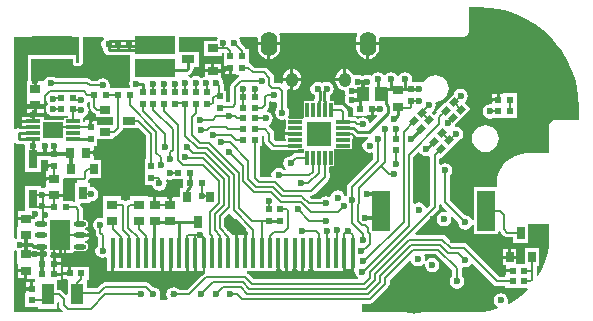
<source format=gbl>
G04 Layer_Physical_Order=4*
G04 Layer_Color=16711680*
%FSLAX44Y44*%
%MOMM*%
G71*
G01*
G75*
%ADD17R,0.6000X0.5000*%
%ADD18R,0.5000X0.6000*%
%ADD19R,0.8000X0.9000*%
%ADD25R,0.6500X1.1000*%
%ADD26R,0.6500X0.9000*%
%ADD29R,0.9000X0.8000*%
%ADD30C,0.2000*%
%ADD31C,0.2500*%
%ADD32C,0.3500*%
%ADD33C,0.6000*%
%ADD34O,1.0500X1.2500*%
%ADD35C,4.0000*%
%ADD41R,1.5000X3.4000*%
%ADD42R,1.1000X0.6500*%
%ADD43R,0.9000X0.6500*%
%ADD44R,0.8000X1.6000*%
%ADD45R,1.3000X0.3100*%
%ADD46R,1.7000X1.4500*%
%ADD47R,1.0000X1.8000*%
%ADD48R,1.2000X0.3100*%
%ADD49R,0.3100X1.2000*%
%ADD50R,2.1000X2.1000*%
%ADD51O,1.1000X0.4500*%
%ADD52R,1.7300X2.5000*%
G04:AMPARAMS|DCode=53|XSize=0.5mm|YSize=0.6mm|CornerRadius=0mm|HoleSize=0mm|Usage=FLASHONLY|Rotation=135.000|XOffset=0mm|YOffset=0mm|HoleType=Round|Shape=Rectangle|*
%AMROTATEDRECTD53*
4,1,4,0.3889,0.0354,-0.0354,-0.3889,-0.3889,-0.0354,0.0354,0.3889,0.3889,0.0354,0.0*
%
%ADD53ROTATEDRECTD53*%

%ADD54R,1.0000X1.3000*%
%ADD55R,0.4500X2.5000*%
%ADD56R,3.5000X1.5000*%
%ADD57C,0.1500*%
%ADD58O,1.4000X2.1000*%
G36*
X168000Y114125D02*
X166750D01*
Y98078D01*
X165000D01*
Y99500D01*
X156040D01*
Y102732D01*
X149000D01*
Y105272D01*
X156040D01*
Y109692D01*
X156500Y111002D01*
X156500D01*
X156500Y111002D01*
Y117686D01*
X157250Y118875D01*
X168000D01*
Y114125D01*
D02*
G37*
G36*
X297544Y88445D02*
X298038Y88194D01*
X313422Y72811D01*
Y70500D01*
X312250D01*
Y70040D01*
X311770D01*
Y55000D01*
X309230D01*
Y70040D01*
X304770D01*
Y55000D01*
X302230D01*
Y70040D01*
X301750D01*
Y70500D01*
X299974D01*
X299384Y71384D01*
X299384Y71384D01*
X293078Y77689D01*
Y85031D01*
X296586Y88539D01*
X297544Y88445D01*
D02*
G37*
G36*
X116436Y148436D02*
X117842Y147497D01*
X119500Y147167D01*
X123751D01*
X124000Y146000D01*
X124000D01*
Y124000D01*
X138000D01*
Y133657D01*
X143500D01*
Y133000D01*
X143960D01*
Y130270D01*
X149000D01*
Y127730D01*
X143960D01*
Y124542D01*
X141960D01*
Y119272D01*
X149000D01*
Y116732D01*
X141960D01*
Y112111D01*
X141500Y111002D01*
X140579Y110159D01*
X140230Y109873D01*
X139000Y110118D01*
X138982Y110114D01*
X138000Y110920D01*
Y112000D01*
X124000D01*
Y90538D01*
X117960D01*
Y85268D01*
X125000D01*
Y82728D01*
X117960D01*
Y78078D01*
X117500Y76998D01*
X117500D01*
X117500Y76998D01*
Y67546D01*
X116270Y66724D01*
X115000Y67403D01*
Y148129D01*
X116270Y148602D01*
X116436Y148436D01*
D02*
G37*
G36*
X404185Y153447D02*
X405843Y153117D01*
X414514D01*
X414639Y151847D01*
X413659Y151652D01*
X411674Y150326D01*
X410348Y148341D01*
X409883Y146000D01*
X410348Y143659D01*
X411674Y141674D01*
X413659Y140348D01*
X416000Y139882D01*
X417652Y140211D01*
X418922Y139325D01*
Y134689D01*
X398115Y113883D01*
X397231Y112560D01*
X396921Y110999D01*
X396921Y110999D01*
Y104491D01*
X396674Y104326D01*
X396115Y103490D01*
X394767Y103758D01*
X394651Y104341D01*
X393325Y106326D01*
X391340Y107652D01*
X388999Y108117D01*
X386658Y107652D01*
X384674Y106326D01*
X383347Y104341D01*
X383084Y103015D01*
X381673Y102430D01*
X381341Y102652D01*
X379000Y103118D01*
X376659Y102652D01*
X374674Y101326D01*
X374509Y101078D01*
X366689D01*
X365220Y102548D01*
X365706Y103721D01*
X366739D01*
X366739Y103721D01*
X368300Y104032D01*
X369623Y104916D01*
X380884Y116176D01*
X380884Y116177D01*
X381768Y117500D01*
X382078Y119060D01*
Y128350D01*
X385950D01*
Y142960D01*
X386040D01*
Y143050D01*
X400650D01*
Y151910D01*
X401790D01*
Y153754D01*
X403060Y154198D01*
X404185Y153447D01*
D02*
G37*
G36*
X287394Y236907D02*
X286348Y235341D01*
X286231Y234750D01*
X275875D01*
Y222250D01*
X290875D01*
Y224422D01*
X292500D01*
Y216000D01*
X292960D01*
Y213270D01*
X298001D01*
Y212000D01*
X299271D01*
Y206460D01*
X302500D01*
Y206000D01*
X305218D01*
X305632Y204825D01*
X305614Y204730D01*
X304348Y203884D01*
X304348Y203884D01*
X299116Y198652D01*
X298232Y197329D01*
X297922Y195768D01*
X297922Y195768D01*
Y183078D01*
X294500D01*
Y194000D01*
X292878D01*
Y196201D01*
X292878Y196201D01*
X292567Y197761D01*
X292031Y198564D01*
X292118Y199000D01*
X291652Y201341D01*
X290836Y202562D01*
X290415Y203710D01*
X290415Y203710D01*
X290415Y203710D01*
Y208230D01*
X283375D01*
X276335D01*
Y204475D01*
X275459Y204301D01*
X273534Y203014D01*
X273326Y203326D01*
X271341Y204652D01*
X269000Y205117D01*
X266659Y204652D01*
X265489Y203870D01*
X264500Y203407D01*
X263511Y203870D01*
X262356Y204642D01*
X262343Y204716D01*
X262374Y205940D01*
X262658Y205997D01*
X264064Y206936D01*
X265689Y208561D01*
X266628Y209967D01*
X266958Y211625D01*
Y212750D01*
X271125D01*
Y225250D01*
X254500D01*
Y238177D01*
X286836D01*
X287394Y236907D01*
D02*
G37*
G36*
X226922Y154431D02*
Y143000D01*
X226922Y143000D01*
X226922Y143000D01*
Y135000D01*
X225500D01*
Y123000D01*
Y113000D01*
X232081D01*
X232348Y111659D01*
X233674Y109674D01*
X235658Y108348D01*
X237999Y107882D01*
X240341Y108348D01*
X242325Y109674D01*
X243651Y111659D01*
X244117Y114000D01*
X243651Y116341D01*
X243467Y116617D01*
X244382Y117533D01*
X244659Y117348D01*
X247000Y116882D01*
X249341Y117348D01*
X249568Y117500D01*
X258000D01*
Y110912D01*
X257497Y110158D01*
X257440Y109875D01*
X255250D01*
Y102683D01*
X254040Y102538D01*
Y102538D01*
X248269D01*
Y95998D01*
X245729D01*
Y102538D01*
X235269D01*
Y95998D01*
X232729D01*
Y102538D01*
X228500D01*
Y102998D01*
X213500D01*
Y101153D01*
X212998Y100077D01*
X211438Y99766D01*
X210114Y98882D01*
X208913Y98855D01*
X208882Y98885D01*
X207559Y99769D01*
X205998Y100080D01*
X205500Y101158D01*
Y103002D01*
X190500D01*
Y90272D01*
X190500Y89002D01*
X190500D01*
Y89002D01*
X190500D01*
Y85915D01*
X189230Y84873D01*
X188000Y85117D01*
X185658Y84652D01*
X183674Y83326D01*
X182348Y81341D01*
X181882Y79000D01*
X182348Y76659D01*
X183674Y74674D01*
X183921Y74509D01*
Y72000D01*
X183921Y72000D01*
X184232Y70440D01*
X185116Y69117D01*
X185921Y68311D01*
Y61491D01*
X185674Y61326D01*
X184348Y59341D01*
X183882Y57000D01*
X184348Y54659D01*
X185674Y52674D01*
X187659Y51348D01*
X190000Y50882D01*
X192341Y51348D01*
X192590Y51515D01*
X193710Y50916D01*
Y39960D01*
X197230D01*
Y55000D01*
X199770D01*
Y39960D01*
X200250D01*
Y39500D01*
X238750D01*
Y39960D01*
X239230D01*
Y55000D01*
X241770D01*
Y39960D01*
X246230D01*
Y55000D01*
X248770D01*
Y39960D01*
X249250D01*
Y39500D01*
X259750D01*
Y39960D01*
X260230D01*
Y55000D01*
X262770D01*
Y39960D01*
X267230D01*
Y55000D01*
X269770D01*
Y39960D01*
X276043D01*
X276193Y39693D01*
X276039Y38368D01*
X274716Y37484D01*
X274716Y37484D01*
X261311Y24078D01*
X254491D01*
X254326Y24326D01*
X252341Y25652D01*
X250000Y26118D01*
X247659Y25652D01*
X245674Y24326D01*
X244348Y22341D01*
X243883Y20000D01*
X244348Y17659D01*
X244876Y16868D01*
X244198Y15598D01*
X238803D01*
X238124Y16868D01*
X238652Y17659D01*
X239118Y20000D01*
X238652Y22341D01*
X237326Y24326D01*
X235341Y25652D01*
X233000Y26118D01*
X232708Y26060D01*
X229684Y29084D01*
X228361Y29968D01*
X226800Y30278D01*
X226800Y30278D01*
X192200D01*
X190639Y29968D01*
X189316Y29084D01*
X189316Y29084D01*
X185311Y25078D01*
X176500D01*
Y32000D01*
X177563Y32500D01*
X178000D01*
Y43500D01*
X166000D01*
Y43040D01*
X163270D01*
Y38000D01*
X162000D01*
Y36730D01*
X156460D01*
Y32960D01*
X159752D01*
X160500Y32000D01*
Y20064D01*
X159230Y19538D01*
X155884Y22884D01*
X154561Y23768D01*
X153000Y24078D01*
X153000Y24078D01*
X151500D01*
Y31960D01*
X154540D01*
Y35730D01*
X149000D01*
Y38270D01*
X154540D01*
Y40960D01*
Y44730D01*
X149001D01*
Y46000D01*
X147731D01*
Y51040D01*
X146650D01*
X145781Y52310D01*
X146117Y54000D01*
X146905Y54960D01*
X152730D01*
Y70000D01*
X155270D01*
Y54960D01*
X165190D01*
Y56076D01*
X166460Y56936D01*
X167250Y56778D01*
X173750D01*
X175174Y57062D01*
X176381Y57868D01*
X177188Y59076D01*
X177472Y60500D01*
X177188Y61924D01*
X176381Y63131D01*
X175174Y63938D01*
X174756Y64021D01*
Y65316D01*
X175619Y65488D01*
X177203Y66547D01*
X178262Y68131D01*
X178381Y68731D01*
X170500D01*
Y71270D01*
X178381D01*
X178262Y71869D01*
X177203Y73453D01*
X175619Y74512D01*
X174756Y74684D01*
Y75979D01*
X175174Y76062D01*
X176381Y76869D01*
X177188Y78076D01*
X177472Y79500D01*
X177188Y80924D01*
X176381Y82132D01*
X175174Y82938D01*
X173750Y83222D01*
X173578D01*
Y91500D01*
X173268Y93061D01*
X172384Y94384D01*
X172384Y94384D01*
X170913Y95855D01*
X171439Y97125D01*
X179250D01*
Y98267D01*
X180000Y98883D01*
X182341Y99348D01*
X184326Y100674D01*
X185652Y102659D01*
X186117Y105000D01*
X185652Y107341D01*
X184326Y109326D01*
X182341Y110652D01*
X180000Y111117D01*
X179250Y111733D01*
Y114125D01*
X177633D01*
X177504Y114295D01*
X177163Y115395D01*
X177884Y116116D01*
X177884Y116116D01*
X178768Y117439D01*
X179053Y118875D01*
X188750D01*
Y133875D01*
X182538D01*
Y138730D01*
X175998D01*
Y141270D01*
X182538D01*
Y146000D01*
X185500D01*
Y151250D01*
X199125D01*
Y152261D01*
X199500Y153422D01*
X201061Y153732D01*
X202384Y154616D01*
X205884Y158116D01*
X206768Y159439D01*
X207029Y160750D01*
X220603D01*
X226922Y154431D01*
D02*
G37*
G36*
X477116Y95116D02*
X481272Y90961D01*
X480646Y89790D01*
X479000Y90118D01*
X476659Y89652D01*
X474674Y88326D01*
X473348Y86341D01*
X472882Y84000D01*
X473348Y81659D01*
X474674Y79674D01*
X476659Y78348D01*
X479000Y77882D01*
X481341Y78348D01*
X483326Y79674D01*
X484652Y81659D01*
X485117Y84000D01*
X484790Y85646D01*
X485961Y86272D01*
X490941Y81292D01*
X490882Y81000D01*
X491348Y78659D01*
X492674Y76674D01*
X494659Y75348D01*
X497000Y74882D01*
X499341Y75348D01*
X501326Y76674D01*
X502652Y78659D01*
X502730Y79052D01*
X504000Y78927D01*
Y71000D01*
X525000D01*
Y72986D01*
X526175Y73400D01*
X526270Y73383D01*
X527116Y72116D01*
X529741Y69491D01*
X529741Y69491D01*
X531064Y68607D01*
X532625Y68297D01*
X537750D01*
Y63875D01*
X550250D01*
Y79398D01*
X568177D01*
Y69000D01*
X568214Y68814D01*
X567820Y61809D01*
X566614Y54709D01*
X564620Y47788D01*
X561864Y41134D01*
X558848Y35678D01*
X557578Y36006D01*
Y44125D01*
X559750D01*
Y59125D01*
X547250D01*
Y45500D01*
X541000D01*
X540290Y46476D01*
Y50355D01*
X528710D01*
Y44585D01*
X531460D01*
Y41270D01*
X537000D01*
Y38730D01*
X531460D01*
Y36500D01*
X531000D01*
Y35078D01*
X525689D01*
X498484Y62284D01*
X497161Y63168D01*
X495600Y63478D01*
X495600Y63478D01*
X486169D01*
X480363Y69284D01*
X479040Y70168D01*
X477479Y70478D01*
X477479Y70478D01*
X455086D01*
X454600Y71652D01*
X473884Y90935D01*
X473884Y90935D01*
X474768Y92258D01*
X475078Y93819D01*
X475078Y93819D01*
Y96054D01*
X475645Y96243D01*
X476348Y96265D01*
X477116Y95116D01*
D02*
G37*
G36*
X458698Y140135D02*
X459674Y138674D01*
X461659Y137348D01*
X464000Y136882D01*
X465652Y137211D01*
X466922Y136325D01*
Y95508D01*
X464875Y93462D01*
X463660Y93830D01*
X463598Y94141D01*
X462272Y96126D01*
X460287Y97452D01*
X457946Y97918D01*
X455605Y97452D01*
X454348Y96612D01*
X453078Y97291D01*
Y136311D01*
X457197Y140430D01*
X458698Y140135D01*
D02*
G37*
G36*
X402770Y39960D02*
X403059D01*
X403683Y39200D01*
X404148Y36859D01*
X405474Y34874D01*
X406261Y34348D01*
X405876Y33078D01*
X317689D01*
X313284Y37484D01*
X312032Y38320D01*
X312154Y38891D01*
X312378Y39500D01*
X336750D01*
Y39960D01*
X337230D01*
Y55000D01*
X339770D01*
Y39960D01*
X344230D01*
Y55000D01*
X346770D01*
Y39960D01*
X351230D01*
Y55000D01*
X353770D01*
Y39960D01*
X358230D01*
Y55000D01*
X360770D01*
Y39960D01*
X365230D01*
Y55000D01*
X367770D01*
Y39960D01*
X368250D01*
Y39500D01*
X392750D01*
Y39960D01*
X393230D01*
Y55000D01*
X395770D01*
Y39960D01*
X400230D01*
Y55000D01*
X402770D01*
Y39960D01*
D02*
G37*
G36*
X326922Y153968D02*
Y150000D01*
X326922Y150000D01*
X327232Y148439D01*
X328116Y147116D01*
X332116Y143116D01*
X332116Y143116D01*
X333439Y142232D01*
X335000Y141922D01*
X352750D01*
X352750Y141922D01*
X354311Y142232D01*
X355535Y143050D01*
X359960D01*
Y142960D01*
X360050D01*
Y139828D01*
X353750D01*
X352189Y139518D01*
X350866Y138634D01*
X350866Y138634D01*
X349292Y137059D01*
X349000Y137118D01*
X346659Y136652D01*
X344674Y135326D01*
X343348Y133341D01*
X342882Y131000D01*
X343348Y128659D01*
X344674Y126674D01*
X345162Y126348D01*
X344777Y125078D01*
X343491D01*
X343326Y125326D01*
X341341Y126652D01*
X339000Y127118D01*
X336659Y126652D01*
X334674Y125326D01*
X333348Y123341D01*
X332882Y121000D01*
X332990Y120460D01*
X332184Y119478D01*
X324289D01*
X323078Y120689D01*
Y145500D01*
X325000D01*
Y153944D01*
X326239Y154511D01*
X326922Y153968D01*
D02*
G37*
G36*
X332659Y183348D02*
X335000Y182882D01*
X336652Y183211D01*
X337922Y182325D01*
Y178491D01*
X337674Y178326D01*
X336348Y176341D01*
X335882Y174000D01*
X336348Y171659D01*
X337674Y169674D01*
X339659Y168348D01*
X342000Y167882D01*
X344080Y168296D01*
X344970Y167816D01*
X345350Y167495D01*
Y160090D01*
X344210D01*
Y157270D01*
X352750D01*
Y154730D01*
X344210D01*
Y151910D01*
X345350D01*
Y150078D01*
X336689D01*
X335078Y151689D01*
Y156000D01*
X335078Y156000D01*
X334768Y157561D01*
X333884Y158884D01*
X333884Y158884D01*
X330635Y162133D01*
X330592Y162309D01*
X330865Y163698D01*
X332326Y164674D01*
X333652Y166659D01*
X334118Y169000D01*
X333652Y171341D01*
X332326Y173326D01*
X330341Y174652D01*
X329402Y174839D01*
X328984Y176217D01*
X329884Y177116D01*
X329884Y177116D01*
X330768Y178439D01*
X331078Y180000D01*
Y183057D01*
X332198Y183656D01*
X332659Y183348D01*
D02*
G37*
G36*
X517255Y262819D02*
X525431Y261606D01*
X533449Y259598D01*
X541231Y256813D01*
X548703Y253279D01*
X555793Y249030D01*
X562431Y244106D01*
X568556Y238556D01*
X574106Y232431D01*
X579030Y225793D01*
X583279Y218703D01*
X586813Y211231D01*
X589598Y203449D01*
X591606Y195431D01*
X592819Y187255D01*
X593215Y179193D01*
X593177Y179000D01*
Y167437D01*
X572000D01*
X570537Y167146D01*
X569296Y166317D01*
X568468Y165077D01*
X568177Y163614D01*
Y139351D01*
X549283D01*
X549283Y139351D01*
Y139402D01*
X544235Y138905D01*
X539381Y137432D01*
X534908Y135042D01*
X530987Y131824D01*
X527769Y127903D01*
X525378Y123429D01*
X523906Y118575D01*
X523409Y113528D01*
X523460D01*
X523460Y113527D01*
Y111000D01*
X504000D01*
Y83073D01*
X502730Y82948D01*
X502652Y83341D01*
X501326Y85326D01*
X499341Y86652D01*
X497000Y87118D01*
X496708Y87059D01*
X484078Y99689D01*
Y120509D01*
X484326Y120674D01*
X485652Y122659D01*
X486118Y125000D01*
X485652Y127341D01*
X484326Y129326D01*
X482341Y130652D01*
X480000Y131117D01*
X477659Y130652D01*
X476348Y129776D01*
X475078Y130455D01*
Y134569D01*
X476111Y135333D01*
X476111D01*
X484596Y143818D01*
X484596D01*
X485494Y144716D01*
X491073Y150295D01*
X491341Y150348D01*
X493326Y151674D01*
X494652Y153659D01*
X495118Y156000D01*
X494652Y158341D01*
X493326Y160326D01*
X491341Y161652D01*
X489000Y162118D01*
X488655Y162049D01*
X488568Y162128D01*
X487990Y163211D01*
X494596Y169818D01*
X501667Y176889D01*
X496569Y181988D01*
X496693Y183251D01*
X497326Y183674D01*
X498652Y185659D01*
X499118Y188000D01*
X498652Y190341D01*
X497326Y192326D01*
X495341Y193652D01*
X493000Y194118D01*
X490659Y193652D01*
X488674Y192326D01*
X487348Y190341D01*
X487295Y190073D01*
X479404Y182182D01*
X472333Y175111D01*
X473338Y174106D01*
X472116Y172884D01*
X471857Y172496D01*
X470222Y172335D01*
X469177Y173379D01*
X469338Y175014D01*
X470325Y175674D01*
X471651Y177659D01*
X472117Y180000D01*
X471758Y181805D01*
X472414Y183025D01*
X472606Y183197D01*
X474395Y183433D01*
X477132Y184566D01*
X479482Y186370D01*
X481285Y188720D01*
X482419Y191457D01*
X482805Y194393D01*
X482419Y197330D01*
X481285Y200067D01*
X479482Y202417D01*
X477132Y204220D01*
X474395Y205354D01*
X471458Y205741D01*
X468521Y205354D01*
X465784Y204220D01*
X463434Y202417D01*
X461631Y200067D01*
X461600Y199991D01*
X460385Y199623D01*
X460341Y199652D01*
X458000Y200117D01*
X456677Y199855D01*
X456500Y200000D01*
Y200000D01*
X452721D01*
X451915Y200982D01*
X452118Y202000D01*
X451652Y204341D01*
X450326Y206326D01*
X448341Y207652D01*
X446000Y208118D01*
X443659Y207652D01*
X441674Y206326D01*
X440733Y204918D01*
X439267D01*
X438326Y206326D01*
X436341Y207652D01*
X434000Y208118D01*
X431659Y207652D01*
X429674Y206326D01*
X429135Y205519D01*
X427865D01*
X427326Y206326D01*
X425341Y207652D01*
X423000Y208118D01*
X420659Y207652D01*
X418675Y206326D01*
X417643Y204782D01*
X416341Y205652D01*
X414000Y206117D01*
X411659Y205652D01*
X410448Y204843D01*
X409551D01*
X408340Y205651D01*
X405999Y206117D01*
X403658Y205651D01*
X403469Y205525D01*
X401897Y206002D01*
X401554Y206829D01*
X400306Y208456D01*
X398679Y209704D01*
X396784Y210490D01*
X396021Y210590D01*
Y201900D01*
X394751D01*
Y200630D01*
X386928D01*
X387160Y198866D01*
X387946Y196971D01*
X389194Y195344D01*
X390821Y194095D01*
X392716Y193311D01*
X393819Y193165D01*
X394883Y192000D01*
X395348Y189659D01*
X396123Y188500D01*
X395348Y187341D01*
X394883Y185000D01*
X395348Y182659D01*
X396674Y180674D01*
X398659Y179348D01*
X401000Y178883D01*
X401018Y178886D01*
X402000Y178080D01*
Y171500D01*
X414000D01*
Y171960D01*
X416730D01*
Y177000D01*
X419270D01*
Y171960D01*
X422036D01*
X422562Y170690D01*
X417029Y165157D01*
X415813Y165525D01*
X415651Y166341D01*
X414325Y168325D01*
X412340Y169652D01*
X409999Y170117D01*
X407658Y169652D01*
X406486Y168868D01*
X406470Y168884D01*
X405147Y169768D01*
X403586Y170078D01*
X403586Y170078D01*
X397328D01*
Y174750D01*
X397328Y174750D01*
X397018Y176311D01*
X396134Y177634D01*
X394634Y179134D01*
X393311Y180018D01*
X391750Y180328D01*
X391750Y180328D01*
X385950D01*
Y183650D01*
X382303D01*
X382083Y184757D01*
Y188510D01*
X383826Y189674D01*
X385152Y191659D01*
X385617Y194000D01*
X385152Y196341D01*
X383826Y198326D01*
X381841Y199652D01*
X379500Y200117D01*
X377159Y199652D01*
X375750Y198710D01*
X374341Y199652D01*
X372000Y200117D01*
X369659Y199652D01*
X367674Y198326D01*
X366348Y196341D01*
X365882Y194000D01*
X366348Y191659D01*
X367674Y189674D01*
X369417Y188510D01*
Y185787D01*
X368997Y185158D01*
X368697Y183650D01*
X360050D01*
Y169040D01*
X359960D01*
Y168950D01*
X347354D01*
X346690Y170220D01*
X347652Y171659D01*
X348117Y174000D01*
X347652Y176341D01*
X346326Y178326D01*
X346078Y178491D01*
Y192200D01*
X346078Y192200D01*
X345944Y192877D01*
X347002Y193778D01*
X347057Y193791D01*
X348216Y193311D01*
X348981Y193210D01*
Y200630D01*
X342428D01*
X342633Y199074D01*
X342126Y198621D01*
X341505Y198337D01*
X340561Y198968D01*
X339000Y199278D01*
X339000Y199278D01*
X335278D01*
Y203568D01*
X334968Y205129D01*
X334084Y206452D01*
X334084Y206452D01*
X329652Y210884D01*
X328329Y211768D01*
X326768Y212078D01*
X326768Y212078D01*
X318689D01*
X315884Y214884D01*
X314561Y215768D01*
X313500Y215979D01*
Y228000D01*
X311474D01*
X310884Y228883D01*
X310884Y228883D01*
X307059Y232708D01*
X307117Y232999D01*
X306651Y235341D01*
X305605Y236907D01*
X306163Y238177D01*
X320458D01*
X321295Y237222D01*
X321128Y235950D01*
Y233720D01*
X340372D01*
Y235950D01*
X340045Y238440D01*
X339332Y240161D01*
X340072Y241431D01*
X404928D01*
X405668Y240161D01*
X404956Y238440D01*
X404628Y235950D01*
Y233720D01*
X414250D01*
X423872D01*
Y235950D01*
X423732Y237018D01*
X424860Y238177D01*
X496000D01*
X497463Y238468D01*
X498704Y239296D01*
X499532Y240537D01*
X499823Y242000D01*
Y263177D01*
X509000D01*
X509193Y263215D01*
X517255Y262819D01*
D02*
G37*
G36*
X117500Y56454D02*
X117500Y47002D01*
X117960Y45922D01*
Y41272D01*
X125000D01*
Y40002D01*
X126270D01*
Y33462D01*
X131730D01*
X132040Y33462D01*
X133000Y32713D01*
Y31500D01*
X132252Y30540D01*
X131271D01*
Y25000D01*
X130001D01*
Y23730D01*
X124960D01*
Y21000D01*
X124500D01*
Y9000D01*
X135500D01*
X135500Y8000D01*
X151500D01*
Y12710D01*
X152770Y13389D01*
X152922Y13287D01*
Y11000D01*
X152922Y11000D01*
X153232Y9439D01*
X154116Y8116D01*
X156139Y6093D01*
X155613Y4823D01*
X115000D01*
Y56597D01*
X116270Y57276D01*
X117500Y56454D01*
D02*
G37*
G36*
X191162Y236907D02*
X190997Y236658D01*
X190970Y236523D01*
X190674Y236326D01*
X189348Y234341D01*
X188883Y232000D01*
X189348Y229659D01*
X190667Y227685D01*
Y227000D01*
X190997Y225342D01*
X191936Y223936D01*
X193342Y222997D01*
X195000Y222667D01*
X213500D01*
Y220500D01*
Y201853D01*
X212775Y200768D01*
X212309Y198427D01*
X212775Y196086D01*
X213086Y195620D01*
X212488Y194500D01*
X196915D01*
X195873Y195770D01*
X196117Y197000D01*
X195652Y199341D01*
X194326Y201326D01*
X192341Y202652D01*
X190000Y203118D01*
X187659Y202652D01*
X185674Y201326D01*
X185509Y201078D01*
X180689D01*
X179884Y201883D01*
X178561Y202768D01*
X177000Y203078D01*
X177000Y203078D01*
X150491D01*
X150325Y203325D01*
X148341Y204652D01*
X146000Y205117D01*
X143659Y204652D01*
X141674Y203325D01*
X140348Y201341D01*
X140348Y201340D01*
X140264Y201031D01*
X140040Y200538D01*
X134271D01*
Y193999D01*
X131731D01*
Y200538D01*
X130552D01*
X129559Y201500D01*
Y219441D01*
X164441D01*
Y216078D01*
X164674Y214908D01*
X165337Y213916D01*
X166329Y213252D01*
X167500Y213020D01*
X170000D01*
X171171Y213252D01*
X172163Y213916D01*
X172826Y214908D01*
X173059Y216078D01*
Y238177D01*
X190484D01*
X191162Y236907D01*
D02*
G37*
G36*
X178922Y182533D02*
Y179000D01*
X178922Y179000D01*
X179232Y177439D01*
X180116Y176116D01*
X182616Y173616D01*
X183939Y172732D01*
X184125Y172695D01*
Y170250D01*
X198922D01*
Y163750D01*
X185040D01*
Y167540D01*
X181269D01*
Y162000D01*
X178729D01*
Y167540D01*
X174960D01*
Y166600D01*
X173977Y165742D01*
X173580Y165808D01*
X172900Y166488D01*
X172900Y169450D01*
X173839Y170249D01*
X174341Y170348D01*
X176325Y171675D01*
X177652Y173659D01*
X178117Y176000D01*
X177652Y178342D01*
X176826Y179577D01*
X176326Y180674D01*
X177652Y182659D01*
X178922Y182533D01*
D02*
G37*
G36*
X485922Y40311D02*
Y35491D01*
X485674Y35326D01*
X484348Y33341D01*
X483882Y31000D01*
X484348Y28659D01*
X485674Y26674D01*
X487659Y25348D01*
X490000Y24882D01*
X492341Y25348D01*
X494326Y26674D01*
X495652Y28659D01*
X496118Y31000D01*
X495652Y33341D01*
X494326Y35326D01*
X494078Y35491D01*
Y42000D01*
X494023Y42278D01*
X494147Y42488D01*
X495123Y43256D01*
X497000Y42882D01*
X499341Y43348D01*
X501326Y44674D01*
X502064Y45780D01*
X503328Y45904D01*
X521116Y28116D01*
X522439Y27232D01*
X524000Y26922D01*
X524000Y26922D01*
X531000D01*
Y25500D01*
X549568D01*
X550087Y24341D01*
X549413Y23587D01*
X544043Y18788D01*
X538169Y14620D01*
X533753Y12179D01*
X533701Y12202D01*
X532733Y13067D01*
X533117Y15000D01*
X532652Y17341D01*
X531326Y19326D01*
X529341Y20652D01*
X527000Y21117D01*
X524659Y20652D01*
X522674Y19326D01*
X521348Y17341D01*
X520882Y15000D01*
X521348Y12659D01*
X522674Y10674D01*
X524456Y9484D01*
X524494Y8674D01*
X524362Y8135D01*
X518291Y6386D01*
X511191Y5180D01*
X505260Y4847D01*
X504000Y4823D01*
X504000Y4823D01*
X502746Y4823D01*
X409823D01*
Y11775D01*
X410272Y12322D01*
X416219D01*
X416219Y12322D01*
X417780Y12632D01*
X419103Y13516D01*
X431884Y26297D01*
X431884Y26297D01*
X432768Y27620D01*
X433078Y29181D01*
X433078Y29181D01*
Y32311D01*
X449783Y49016D01*
X451161Y48598D01*
X451348Y47659D01*
X452674Y45674D01*
X454659Y44348D01*
X457000Y43882D01*
X459341Y44348D01*
X461326Y45674D01*
X461889Y46518D01*
X463086Y46022D01*
X462882Y45000D01*
X463348Y42659D01*
X464674Y40674D01*
X466659Y39348D01*
X469000Y38883D01*
X471341Y39348D01*
X473326Y40674D01*
X474652Y42659D01*
X475117Y45000D01*
X474652Y47341D01*
X473326Y49326D01*
X471341Y50652D01*
X469000Y51118D01*
X466659Y50652D01*
X464674Y49326D01*
X464110Y48482D01*
X462914Y48978D01*
X463117Y50000D01*
X462652Y52341D01*
X462344Y52802D01*
X462943Y53922D01*
X472311D01*
X485922Y40311D01*
D02*
G37*
G36*
X170000Y216078D02*
X167500D01*
Y222500D01*
X126500D01*
Y201500D01*
X125500Y200998D01*
Y187848D01*
X125500Y186998D01*
X125960Y185689D01*
Y181269D01*
X133001D01*
X140040D01*
Y185058D01*
X140956Y185990D01*
X141748Y185800D01*
X141954Y184234D01*
X142559Y182774D01*
X143521Y181521D01*
X142850Y180145D01*
X142759Y180026D01*
X142155Y178566D01*
X141948Y177000D01*
X142155Y175434D01*
X142759Y173974D01*
X143721Y172721D01*
X144974Y171759D01*
X146434Y171154D01*
X148000Y170948D01*
X149566Y171154D01*
X150401Y171500D01*
X160922D01*
Y169450D01*
X157100D01*
Y167650D01*
X140040D01*
Y170590D01*
X132270D01*
Y166500D01*
X131000D01*
Y165230D01*
X121960D01*
Y160833D01*
X119500D01*
X117842Y160503D01*
X116500Y159607D01*
X116234Y159661D01*
X115000Y160249D01*
Y238177D01*
X170000D01*
Y216078D01*
D02*
G37*
%LPC*%
G36*
X282105Y215290D02*
X276335D01*
Y210770D01*
X282105D01*
Y215290D01*
D02*
G37*
G36*
X290415D02*
X284645D01*
Y210770D01*
X290415D01*
Y215290D01*
D02*
G37*
G36*
X296731Y210730D02*
X292960D01*
Y206460D01*
X296731D01*
Y210730D01*
D02*
G37*
G36*
X160730Y43040D02*
X156460D01*
Y39270D01*
X160730D01*
Y43040D01*
D02*
G37*
G36*
X154540Y51040D02*
X150271D01*
Y47270D01*
X154540D01*
Y51040D01*
D02*
G37*
G36*
X540290Y58665D02*
X535770D01*
Y52895D01*
X540290D01*
Y58665D01*
D02*
G37*
G36*
X533230D02*
X528710D01*
Y52895D01*
X533230D01*
Y58665D01*
D02*
G37*
G36*
X351521Y210590D02*
Y203170D01*
X358072D01*
X357840Y204934D01*
X357055Y206829D01*
X355806Y208456D01*
X354179Y209704D01*
X352284Y210490D01*
X351521Y210590D01*
D02*
G37*
G36*
X340372Y231180D02*
X332020D01*
Y219495D01*
X333241Y219655D01*
X335561Y220617D01*
X337554Y222146D01*
X339083Y224139D01*
X340045Y226460D01*
X340372Y228950D01*
Y231180D01*
D02*
G37*
G36*
X423872Y231180D02*
X415521D01*
Y219495D01*
X416740Y219655D01*
X419061Y220617D01*
X421054Y222146D01*
X422583Y224139D01*
X423545Y226460D01*
X423872Y228950D01*
Y231180D01*
D02*
G37*
G36*
X412980D02*
X404628D01*
Y228950D01*
X404956Y226460D01*
X405917Y224139D01*
X407446Y222146D01*
X409439Y220617D01*
X411760Y219655D01*
X412980Y219495D01*
Y231180D01*
D02*
G37*
G36*
X329480Y231180D02*
X321128D01*
Y228950D01*
X321456Y226460D01*
X322417Y224139D01*
X323946Y222146D01*
X325939Y220617D01*
X328260Y219655D01*
X329480Y219495D01*
Y231180D01*
D02*
G37*
G36*
X348981Y210590D02*
X348216Y210490D01*
X346321Y209704D01*
X344694Y208456D01*
X343446Y206829D01*
X342660Y204934D01*
X342428Y203170D01*
X348981D01*
Y210590D01*
D02*
G37*
G36*
X513884Y163314D02*
X510948Y162927D01*
X508211Y161794D01*
X505861Y159991D01*
X504058Y157640D01*
X502924Y154904D01*
X502537Y151967D01*
X502924Y149030D01*
X504058Y146293D01*
X505861Y143943D01*
X508211Y142140D01*
X510948Y141007D01*
X513884Y140620D01*
X516821Y141007D01*
X519558Y142140D01*
X521908Y143943D01*
X523711Y146293D01*
X524845Y149030D01*
X525232Y151967D01*
X524845Y154904D01*
X523711Y157640D01*
X521908Y159991D01*
X519558Y161794D01*
X516821Y162927D01*
X513884Y163314D01*
D02*
G37*
G36*
X358072Y200630D02*
X351521D01*
Y193210D01*
X352284Y193311D01*
X354179Y194095D01*
X355806Y195344D01*
X357055Y196971D01*
X357840Y198866D01*
X358072Y200630D01*
D02*
G37*
G36*
X393481Y210590D02*
X392716Y210490D01*
X390821Y209704D01*
X389194Y208456D01*
X387946Y206829D01*
X387160Y204934D01*
X386928Y203170D01*
X393481D01*
Y210590D01*
D02*
G37*
G36*
X541000Y190500D02*
X529000D01*
Y190040D01*
X526270D01*
Y185000D01*
X525000D01*
Y183730D01*
X519460D01*
Y181828D01*
X518478Y181022D01*
X518000Y181117D01*
X515659Y180652D01*
X513674Y179326D01*
X512348Y177341D01*
X511883Y175000D01*
X512348Y172659D01*
X513674Y170674D01*
X515659Y169348D01*
X518000Y168883D01*
X520341Y169348D01*
X520568Y169500D01*
X541000D01*
Y180500D01*
X541000D01*
Y190500D01*
D02*
G37*
G36*
X523730Y190040D02*
X519460D01*
Y186270D01*
X523730D01*
Y190040D01*
D02*
G37*
G36*
X123730Y38732D02*
X117960D01*
Y33462D01*
X123730D01*
Y38732D01*
D02*
G37*
G36*
X128731Y30540D02*
X124960D01*
Y26270D01*
X128731D01*
Y30540D01*
D02*
G37*
G36*
X131731Y178729D02*
X125960D01*
Y173458D01*
X131731D01*
Y178729D01*
D02*
G37*
G36*
X140040D02*
X134271D01*
Y173458D01*
X140040D01*
Y178729D01*
D02*
G37*
G36*
X129730Y170590D02*
X121960D01*
Y167770D01*
X129730D01*
Y170590D01*
D02*
G37*
%LPD*%
D17*
X203000Y189000D02*
D03*
X213000D02*
D03*
X155000Y186000D02*
D03*
X165000D02*
D03*
X319000Y151000D02*
D03*
X309000D02*
D03*
X319000Y160000D02*
D03*
X309000D02*
D03*
X264000Y123000D02*
D03*
X254000D02*
D03*
X274000Y114000D02*
D03*
X264000D02*
D03*
X525000Y175000D02*
D03*
X535000D02*
D03*
X159000Y94000D02*
D03*
X149000D02*
D03*
X547000Y40000D02*
D03*
X537000D02*
D03*
X547000Y31000D02*
D03*
X537000D02*
D03*
X309000Y187000D02*
D03*
X319000D02*
D03*
X535000Y185000D02*
D03*
X525000D02*
D03*
X149000Y37000D02*
D03*
X139000D02*
D03*
X162000Y38000D02*
D03*
X172000D02*
D03*
X418000Y177000D02*
D03*
X408000D02*
D03*
X139000Y46000D02*
D03*
X149000D02*
D03*
X309000Y178000D02*
D03*
X319000D02*
D03*
X309000Y169000D02*
D03*
X319000D02*
D03*
X155000Y177000D02*
D03*
X165000D02*
D03*
X183000Y189000D02*
D03*
X193000D02*
D03*
D18*
X231000Y119000D02*
D03*
Y129000D02*
D03*
X308000Y212000D02*
D03*
Y222000D02*
D03*
X180000Y162000D02*
D03*
Y152000D02*
D03*
X149000Y129000D02*
D03*
Y139000D02*
D03*
X298000Y222000D02*
D03*
Y212000D02*
D03*
X340000Y82000D02*
D03*
Y92000D02*
D03*
X251000Y181000D02*
D03*
Y191000D02*
D03*
X331000Y82000D02*
D03*
Y92000D02*
D03*
X278000Y181000D02*
D03*
Y191000D02*
D03*
X130000Y25000D02*
D03*
Y15000D02*
D03*
X451000Y184000D02*
D03*
Y194000D02*
D03*
X438000Y142000D02*
D03*
Y152000D02*
D03*
X289000Y188000D02*
D03*
Y178000D02*
D03*
X242000Y191000D02*
D03*
Y181000D02*
D03*
X233000Y191000D02*
D03*
Y181000D02*
D03*
X224000Y191000D02*
D03*
Y181000D02*
D03*
X269000Y191000D02*
D03*
Y181000D02*
D03*
X260000Y191000D02*
D03*
Y181000D02*
D03*
D19*
X175998Y140000D02*
D03*
X161998D02*
D03*
D25*
X544000Y72375D02*
D03*
X173000Y105625D02*
D03*
X271000Y81625D02*
D03*
D26*
X534500Y51625D02*
D03*
X553500D02*
D03*
X182500Y126375D02*
D03*
X163500D02*
D03*
X280500Y102375D02*
D03*
X261500D02*
D03*
D29*
X125000Y40002D02*
D03*
Y54002D02*
D03*
X133000Y193998D02*
D03*
Y179998D02*
D03*
X125000Y83998D02*
D03*
Y69998D02*
D03*
X149000Y104002D02*
D03*
Y118002D02*
D03*
X247000Y95998D02*
D03*
Y81998D02*
D03*
X234000Y95998D02*
D03*
Y81998D02*
D03*
X221000Y95998D02*
D03*
Y81998D02*
D03*
X198000Y82002D02*
D03*
Y96002D02*
D03*
X440000Y192998D02*
D03*
Y178998D02*
D03*
D30*
X308000Y222000D02*
Y225999D01*
X300999Y232999D02*
X308000Y225999D01*
X292000Y228500D02*
Y233000D01*
X388615Y56115D02*
Y74384D01*
X387500Y55000D02*
X388615Y56115D01*
X401500Y55000D02*
Y70500D01*
X397999Y74001D02*
X401500Y70500D01*
X394500Y71500D02*
X396232Y73232D01*
X394500Y55000D02*
Y71500D01*
X414800Y72674D02*
X416528Y70947D01*
X401200Y80665D02*
X410328Y71537D01*
X416528Y63103D02*
Y70947D01*
X412896Y59471D02*
X416528Y63103D01*
X412470Y59471D02*
X412896D01*
X410328Y65671D02*
Y71537D01*
X380000Y55500D02*
Y74000D01*
X364530Y82470D02*
X379469D01*
X366200Y89800D02*
X388800D01*
X357800Y98200D02*
X366200Y89800D01*
X405800Y82432D02*
Y96032D01*
X412200Y78800D02*
X414800Y76200D01*
X409432Y78800D02*
X412200D01*
X405800Y82432D02*
X409432Y78800D01*
X414800Y72674D02*
Y76200D01*
X401200Y80665D02*
Y99799D01*
X400999Y100000D02*
X401200Y99799D01*
X408999Y56002D02*
Y57000D01*
Y56002D02*
X409000Y56001D01*
X336000Y164000D02*
X344000Y156000D01*
X352750D01*
X534500Y62719D02*
X534552Y62772D01*
X534500Y51625D02*
Y62719D01*
X525552Y44771D02*
X530324Y40000D01*
X537000D01*
X195000Y36000D02*
X197000Y34000D01*
X185000Y36000D02*
X195000D01*
X198500Y34000D02*
Y55000D01*
X261500Y34000D02*
X268000D01*
X248000D02*
X261500D01*
X247000D02*
X248000D01*
X197000D02*
X241000D01*
X269075Y70000D02*
X271999D01*
X262000D02*
X269075D01*
X261500Y55000D02*
Y69500D01*
X262000Y70000D01*
X273000D02*
X275500Y67500D01*
X271999Y70000D02*
X273000D01*
X275500Y55000D02*
Y67500D01*
X268500Y69425D02*
X269075Y70000D01*
X268500Y55000D02*
Y69425D01*
X268000Y34000D02*
X271000D01*
X268000D02*
X268500Y34500D01*
Y55000D01*
X271000Y34000D02*
X275500Y38500D01*
Y55000D01*
X277600Y34600D02*
X310400D01*
X263000Y20000D02*
X277600Y34600D01*
X250000Y20000D02*
X263000D01*
X247500Y34500D02*
X248000Y34000D01*
X261500D02*
Y55000D01*
X241000Y34000D02*
X241200Y33800D01*
X240500Y34500D02*
X241000Y34000D01*
X247000D01*
X247500Y34500D01*
Y55000D01*
X248000Y20000D02*
X250000D01*
X168500Y21000D02*
X187000D01*
X241200Y18899D02*
Y33800D01*
X240500Y34500D02*
Y55000D01*
X192200Y26200D02*
X226800D01*
X179000Y42000D02*
X185000Y36000D01*
X179000Y42000D02*
Y46000D01*
X174000Y51000D02*
X179000Y46000D01*
X165000Y51000D02*
X174000D01*
X212000Y235000D02*
X230000D01*
X203000D02*
X212000D01*
X149000Y104002D02*
X160002D01*
X139500Y94000D02*
Y103502D01*
X138500Y94000D02*
X139500D01*
X138000Y104002D02*
X149000D01*
X188000Y72000D02*
Y79000D01*
X190000Y57000D02*
Y70000D01*
X188000Y72000D02*
X190000Y70000D01*
Y57000D02*
X190000D01*
X191000Y58000D01*
X405800Y96032D02*
X407200Y97432D01*
Y110200D01*
X425500Y128500D01*
X400999Y110999D02*
X423000Y133000D01*
X400999Y100000D02*
Y110999D01*
X358400Y103600D02*
X360000Y102000D01*
X365000Y97000D02*
X379000D01*
X360000Y102000D02*
X365000Y97000D01*
X355000Y92000D02*
X364530Y82470D01*
X139500Y94000D02*
X141000D01*
X139500D02*
Y94000D01*
X149000D01*
X130000Y15000D02*
X143500D01*
X251000Y182000D02*
X260000D01*
X319000Y178000D02*
X325000D01*
X327000Y180000D01*
Y187000D01*
X329000Y189000D01*
X335000D01*
X339000Y195200D02*
X342000Y192200D01*
X333000Y195200D02*
X339000D01*
X331200Y197000D02*
X333000Y195200D01*
X331200Y197000D02*
Y203568D01*
X342000Y174000D02*
Y192200D01*
X308000Y212000D02*
X313000D01*
X317000Y208000D01*
X326768D01*
X331200Y203568D01*
X313400Y117740D02*
Y133367D01*
X297767Y149000D02*
X313400Y133367D01*
X309200Y116000D02*
Y128799D01*
X296999Y141000D02*
X309200Y128799D01*
X319000Y119000D02*
Y151000D01*
Y119000D02*
X322600Y115400D01*
X335832D01*
X343432Y107800D01*
X155000Y206000D02*
X211000D01*
Y212000D01*
X147000D02*
X211000D01*
X175000Y124000D02*
X177375Y126375D01*
X175000Y124000D02*
X176000Y125000D01*
X175000Y119000D02*
Y124000D01*
X174000Y118000D02*
X175000Y119000D01*
X165000Y118000D02*
X174000D01*
X163000Y116000D02*
X165000Y118000D01*
X163000Y107000D02*
Y116000D01*
X160002Y104002D02*
X163000Y107000D01*
X177375Y126375D02*
X182500D01*
X142000Y129000D02*
X142000Y129000D01*
X149000D01*
X140000Y118000D02*
X148998D01*
X149000Y118002D01*
Y129000D01*
X179000Y72000D02*
Y91000D01*
X177000Y70000D02*
X179000Y72000D01*
X158000Y70000D02*
X177000D01*
X167000Y94000D02*
X169500Y91500D01*
X159000Y94000D02*
X167000D01*
X134002Y104002D02*
X138000D01*
X138500Y103502D01*
X131000Y101000D02*
X134002Y104002D01*
X149000Y104002D02*
X149000Y104002D01*
X149000Y94000D02*
Y104002D01*
X138500Y60500D02*
X139000Y60000D01*
X121000Y16000D02*
Y24000D01*
Y9000D02*
Y16000D01*
X121000Y9000D02*
X121000Y9000D01*
Y24000D02*
X129000D01*
X130000Y25000D01*
X121000Y31000D02*
X125000Y35000D01*
Y42002D01*
X149000Y46000D02*
Y61000D01*
Y37000D02*
Y46000D01*
Y61000D02*
X150000Y62000D01*
X168500Y21000D02*
Y29500D01*
Y20000D02*
Y21000D01*
Y29500D02*
X172000Y33000D01*
Y38000D01*
X143500Y15000D02*
Y20000D01*
X153000D01*
X157000Y16000D01*
Y11000D02*
Y16000D01*
Y11000D02*
X160200Y7800D01*
X179740D01*
X243000Y145000D02*
Y156000D01*
X458000Y184000D02*
X458000Y184000D01*
X451000Y184000D02*
X458000D01*
X440000Y176000D02*
X442000Y178000D01*
X450000D01*
X451000Y179000D01*
Y184000D01*
X349000Y131000D02*
X353750Y135750D01*
X363000D01*
X254000Y123000D02*
X255000D01*
X247000D02*
X254000D01*
X247000Y123000D02*
X247000Y123000D01*
X305000Y93000D02*
X316000Y82000D01*
X331000D01*
X317500Y55000D02*
Y74500D01*
X300800Y91200D02*
X317500Y74500D01*
X300800Y91200D02*
Y121400D01*
X296600Y94320D02*
Y119660D01*
X289000Y86720D02*
X296600Y94320D01*
X279875Y103000D02*
X280500Y102375D01*
X274000Y103000D02*
X279875D01*
X274000Y103000D02*
X274000Y103000D01*
X274000Y103000D02*
Y114000D01*
X359000Y74000D02*
X371000D01*
X373500Y71500D01*
Y55000D02*
Y71500D01*
X380000Y55500D02*
X380500Y55000D01*
X324500D02*
Y81950D01*
X296500Y55000D02*
Y68500D01*
X289000Y76000D02*
X296500Y68500D01*
X289000Y76000D02*
Y86720D01*
X289500Y55000D02*
Y69500D01*
X284800Y74200D02*
X289500Y69500D01*
X284800Y74200D02*
Y88460D01*
X282500Y55000D02*
Y69500D01*
X280600Y71400D02*
X282500Y69500D01*
X280600Y71400D02*
Y90200D01*
X221000Y75000D02*
X226500Y69500D01*
Y55000D02*
Y69500D01*
X211440Y76560D02*
Y94440D01*
X219500Y55000D02*
Y68500D01*
X211440Y76560D02*
X219500Y68500D01*
X212500Y55000D02*
Y69560D01*
X207240Y74821D02*
X212500Y69560D01*
X198998Y75002D02*
X198998D01*
X205500Y68500D01*
Y55000D02*
Y68500D01*
X221000Y75000D02*
Y81998D01*
X198998Y75002D02*
Y80002D01*
X207240Y74821D02*
Y94760D01*
X205998Y96002D02*
X207240Y94760D01*
X198000Y96002D02*
X205998D01*
X211440Y94440D02*
X212998Y95998D01*
X221000D01*
X331500Y69500D02*
X334750Y72750D01*
X343750D02*
X347000Y76000D01*
X334750Y72750D02*
X343750D01*
X340000Y92000D02*
X346000D01*
X347000Y91000D01*
Y76000D02*
Y91000D01*
X331500Y55000D02*
Y69500D01*
X292200Y26200D02*
X306740D01*
X286000Y20000D02*
X292200Y26200D01*
X283400Y30400D02*
X308479D01*
X273000Y20000D02*
X283400Y30400D01*
X226800Y26200D02*
X233000Y20000D01*
X191940D02*
X222000D01*
X352250Y146500D02*
X352750Y146000D01*
X309000Y178000D02*
Y187000D01*
X483536Y150536D02*
X489000Y156000D01*
X483535Y150536D02*
X483536D01*
X487536Y182536D02*
X493535Y176536D01*
X487536Y182536D02*
X493000Y188000D01*
X487536Y182536D02*
X487536D01*
X460536Y173535D02*
Y174536D01*
Y173535D02*
X466535Y167535D01*
X477536Y156536D02*
X483535Y150536D01*
X530000Y75000D02*
Y87000D01*
X526000Y91000D02*
X530000Y87000D01*
X514500Y91000D02*
X526000D01*
X530000Y75000D02*
X532625Y72375D01*
X544000D01*
X553500Y40000D02*
Y51625D01*
Y32500D02*
Y40000D01*
X547000D02*
X553500D01*
X547000Y31000D02*
X552000D01*
X553500Y32500D01*
X328000Y169000D02*
X328000Y169000D01*
X319000Y169000D02*
X328000D01*
X260000Y192000D02*
X260000Y192000D01*
Y199000D01*
X432000Y122000D02*
X437000D01*
X425500Y128500D02*
X432000Y122000D01*
X524000Y31000D02*
X537000D01*
X373000Y123060D02*
Y135750D01*
X363939Y114000D02*
X373000Y123060D01*
X368000Y124000D02*
Y135750D01*
X365000Y121000D02*
X368000Y124000D01*
X260000Y136000D02*
X260600Y135400D01*
X285200Y137000D02*
X300800Y121400D01*
X284800Y88460D02*
X292400Y96060D01*
Y117921D01*
X280600Y90200D02*
X288200Y97800D01*
Y115940D01*
X258032Y129200D02*
X274940D01*
X288200Y115940D01*
X260600Y135400D02*
X274921D01*
X292400Y117921D01*
X266752Y139600D02*
X276660D01*
X296600Y119660D01*
X278400Y143800D02*
X285200Y137000D01*
X283000Y155000D02*
X283200Y155200D01*
X357999Y114000D02*
X363939D01*
X339000Y121000D02*
X365000D01*
X495600Y59400D02*
X524000Y31000D01*
X490800Y55200D02*
X497000Y49000D01*
X490000Y31000D02*
Y42000D01*
X471000Y138000D02*
X476465Y143464D01*
X378000Y119060D02*
Y135750D01*
X343432Y107800D02*
X366739D01*
X378000Y119060D01*
X283375Y228500D02*
X292000D01*
X155000Y185000D02*
Y186000D01*
X165000Y166500D02*
X165000Y166500D01*
Y176000D01*
X383000Y176250D02*
X391750D01*
X393250Y174750D01*
X460536Y174536D02*
X465999Y180000D01*
X482000Y165000D02*
X486464Y169464D01*
X481999Y165000D02*
X482000D01*
X475000Y164000D02*
Y170000D01*
X480464Y175464D01*
X444799Y157799D02*
X453465Y166464D01*
X449000Y138000D02*
X475000Y164000D01*
X444799Y147201D02*
Y157799D01*
X482740Y55200D02*
X490800D01*
X484479Y59400D02*
X495600D01*
X444799Y147201D02*
X444799Y147201D01*
X410000Y48000D02*
X411525D01*
X444799Y81274D01*
Y147201D01*
X409800Y39200D02*
X409968D01*
X416000Y38819D02*
X471000Y93819D01*
Y138000D01*
X429000Y34000D02*
X453000Y58000D01*
X474000D01*
X490000Y42000D01*
X451260Y62200D02*
X475740D01*
X449521Y66400D02*
X477479D01*
X424400Y35340D02*
X451260Y62200D01*
X475740D02*
X482740Y55200D01*
X420200Y37079D02*
X449521Y66400D01*
X477479D02*
X484479Y59400D01*
X480000Y98000D02*
Y125000D01*
Y98000D02*
X497000Y81000D01*
X409968Y39200D02*
X449000Y78232D01*
Y138000D01*
X426000Y82501D02*
Y85000D01*
X425000Y105000D02*
X425500Y104500D01*
Y91000D02*
Y104500D01*
X394500Y42500D02*
X398000Y39000D01*
X394500Y42500D02*
Y55000D01*
X398000Y39000D02*
X401500Y42500D01*
Y55000D01*
X366000Y54500D02*
X366500Y55000D01*
X366000Y39000D02*
Y54500D01*
X352500Y55000D02*
X353000Y54500D01*
Y39000D02*
Y54500D01*
X359500Y39000D02*
Y55000D01*
X353000Y39000D02*
X359500D01*
X366000D01*
X339000D02*
Y54500D01*
X345500Y39500D02*
Y55000D01*
Y39500D02*
X346000Y39000D01*
X339000D02*
X346000D01*
X353000D01*
X310500Y55000D02*
Y75500D01*
X303000Y83000D02*
X310500Y75500D01*
X296000Y83000D02*
X303000D01*
X303500Y55000D02*
Y70268D01*
X297800Y75968D02*
X303500Y70268D01*
X297800Y75968D02*
Y81200D01*
X296000Y83000D02*
X297800Y81200D01*
X298000Y20000D02*
X304000D01*
X307600Y16400D01*
X306740Y26200D02*
X312340Y20600D01*
X310400Y34600D02*
X316000Y29000D01*
X308479Y30400D02*
X314079Y24800D01*
X331000Y92000D02*
Y98999D01*
X330999Y99000D02*
X331000Y98999D01*
X341153Y98200D02*
X357800D01*
X341693Y103600D02*
X358400D01*
X425500Y128500D02*
X429200Y132200D01*
Y159968D01*
X438000Y151000D02*
Y160000D01*
X438000Y160000D02*
X438000Y160000D01*
Y141000D02*
X438599Y140401D01*
Y130200D02*
Y140401D01*
X269000Y192000D02*
Y199000D01*
X269000Y199000D01*
X265800Y170568D02*
X269000Y173768D01*
X292000Y228500D02*
X295500D01*
X298000Y226000D01*
Y222000D02*
Y226000D01*
X316000Y29000D02*
X411000D01*
X416000Y34000D01*
Y38819D01*
X412740Y24800D02*
X420200Y32260D01*
X414479Y20600D02*
X424400Y30521D01*
X314079Y24800D02*
X412740D01*
X420200Y32260D02*
Y37079D01*
X312340Y20600D02*
X414479D01*
X424400Y30521D02*
Y35340D01*
X307600Y16400D02*
X416219D01*
X429000Y29181D01*
Y34000D01*
X388800Y89800D02*
X394000Y95000D01*
X423000Y133000D02*
Y152000D01*
X393250Y166000D02*
Y174750D01*
X133000Y191998D02*
Y200000D01*
X133000Y200000D01*
X148000Y177000D02*
X155000D01*
X148000Y177000D02*
X148000Y177000D01*
X175998Y140000D02*
X184000D01*
X184000Y140000D01*
X270724Y143800D02*
X278400D01*
X261054Y144702D02*
X261651D01*
X266752Y139600D01*
X253800Y133432D02*
X258032Y129200D01*
X246999Y135000D02*
Y140231D01*
X249200Y142432D01*
X319000Y160000D02*
X327000D01*
X331000Y156000D01*
Y150000D02*
Y156000D01*
Y150000D02*
X335000Y146000D01*
X352750D01*
X288140Y140000D02*
X288140Y140000D01*
X288140Y140000D02*
X305000Y123140D01*
Y93000D02*
Y123140D01*
X309200Y116000D02*
X318200Y107000D01*
X332353D01*
X341153Y98200D01*
X290000Y149000D02*
X297767D01*
X313400Y117740D02*
X319940Y111200D01*
X334092D01*
X341693Y103600D01*
X296000Y160000D02*
X309000D01*
X309000Y160000D01*
X283200Y155200D02*
X298800D01*
X303000Y151000D01*
X309000D01*
X193000Y189000D02*
X203000D01*
Y161000D02*
Y189000D01*
X199500Y157500D02*
X203000Y161000D01*
X191625Y157500D02*
X199500D01*
X183000Y179000D02*
Y189000D01*
Y179000D02*
X185500Y176500D01*
X191625D01*
X251000Y192000D02*
Y198000D01*
X251000Y198000D02*
X251000Y198000D01*
X242000Y181000D02*
Y182000D01*
X224000Y181000D02*
Y182000D01*
X269000Y173768D02*
Y181000D01*
Y182000D01*
X233000Y181000D02*
Y182000D01*
X242000Y191000D02*
Y198000D01*
X242000Y198000D01*
X233000Y191000D02*
Y198000D01*
X233000Y198000D01*
X280140Y148000D02*
X288140Y140000D01*
X272464Y148000D02*
X280140D01*
X265800Y154664D02*
Y170568D01*
Y154664D02*
X272464Y148000D01*
X272999Y159000D02*
X278232D01*
X182000Y168000D02*
X189000D01*
X180000Y166000D02*
X182000Y168000D01*
X180000Y162000D02*
Y166000D01*
X260000Y154524D02*
Y181000D01*
Y154524D02*
X270724Y143800D01*
X242000Y175000D02*
Y181000D01*
Y175000D02*
X253800Y163200D01*
Y133432D02*
Y163200D01*
X233000Y176000D02*
Y181000D01*
Y176000D02*
X249200Y159800D01*
Y142432D02*
Y159800D01*
X224000Y175000D02*
Y181000D01*
Y175000D02*
X243000Y156000D01*
X212375Y167000D02*
X220121D01*
X213000Y180060D02*
Y189000D01*
Y180060D02*
X235200Y157860D01*
X231000Y119000D02*
X237000D01*
X237999Y118000D01*
Y114000D02*
Y118000D01*
X220121Y167000D02*
X231000Y156121D01*
Y143000D02*
X231000Y143000D01*
Y129000D02*
Y143000D01*
X231000Y143000D02*
Y156121D01*
X187000Y21000D02*
X192200Y26200D01*
X234000Y95998D02*
Y105000D01*
X247000Y95998D02*
Y102999D01*
X246999Y103000D02*
X247000Y102999D01*
X234000Y95998D02*
X247000D01*
X148000Y186000D02*
X155000D01*
X147800Y185800D02*
X148000Y186000D01*
X139998Y177998D02*
X141000Y179000D01*
X235200Y139800D02*
Y157860D01*
Y139800D02*
X239000Y136000D01*
Y130000D02*
Y136000D01*
X179740Y7800D02*
X191940Y20000D01*
X141000Y179000D02*
Y187768D01*
X177000Y199000D02*
X179000Y197000D01*
X190000D01*
X146000Y199000D02*
X177000D01*
X133000Y200000D02*
Y212000D01*
X147000D01*
X124000Y180000D02*
X126002Y177998D01*
X124000Y180000D02*
Y228000D01*
X127000Y231000D01*
X147000D01*
X230000Y235000D02*
X234000Y231000D01*
X535000Y175000D02*
Y185000D01*
X535000Y185000D02*
X535000Y185000D01*
X518000Y185000D02*
X525000D01*
X518000Y185000D02*
X518000Y185000D01*
Y175000D02*
X525000D01*
X518000Y175000D02*
X518000Y175000D01*
X283000Y168000D02*
X286000Y171000D01*
X297000D01*
X302000D01*
X304000Y169000D01*
X272000Y168000D02*
X283000D01*
X304000Y169000D02*
X309000D01*
X278232Y159000D02*
X281232Y162000D01*
X294000D01*
X296000Y160000D01*
X278000Y191000D02*
Y198449D01*
X277800Y198649D02*
X278000Y198449D01*
X283000Y185975D02*
X285025Y188000D01*
X289000D01*
X278000Y181000D02*
X282000D01*
X283000Y182000D01*
Y185975D01*
X288799Y188200D02*
X289000Y188000D01*
X288799Y188200D02*
Y196201D01*
X286000Y199000D02*
X288799Y196201D01*
X300000Y179000D02*
X302000Y181000D01*
X309000Y187000D02*
X309000Y187000D01*
X302000Y181000D02*
Y195768D01*
X309000Y187000D02*
Y194000D01*
X319000Y187000D02*
Y194000D01*
X319000Y194000D02*
X319000Y194000D01*
X302000Y195768D02*
X307232Y201000D01*
X325000D01*
X149000Y37000D02*
X155000D01*
X156000Y38000D01*
X162000D01*
X162000Y38000D01*
Y43000D01*
X165000Y46000D01*
Y51000D01*
X158000Y53000D02*
Y62000D01*
Y53000D02*
X160000Y51000D01*
X165000D01*
X173000Y105625D02*
X173625Y105000D01*
X180000D01*
X131000Y166500D02*
Y172000D01*
Y175998D01*
X165000Y161500D02*
X179500D01*
X180000Y162000D01*
X153500Y161500D02*
X165000D01*
X152000Y163000D02*
X153500Y161500D01*
X165000Y177000D02*
X166000Y176000D01*
X166001Y176000D02*
X172000D01*
X141000Y187768D02*
X145232Y192000D01*
X177000Y189000D02*
X183000D01*
X174000Y192000D02*
X177000Y189000D01*
X145232Y192000D02*
X174000D01*
X172000Y185000D02*
X172000Y185000D01*
X393250Y156000D02*
X401000D01*
X406000Y151000D01*
X393250Y166000D02*
X403586D01*
X405587Y164000D01*
X409999D01*
X409000Y56001D02*
X412470Y59471D01*
X165000Y185000D02*
X172000D01*
X288000Y179000D02*
X300000D01*
X169500Y79500D02*
Y91500D01*
X130500Y94000D02*
X139500D01*
Y79500D02*
Y94000D01*
X166000Y176000D02*
X166001Y176000D01*
X126002Y177998D02*
X139998D01*
D31*
X195000Y235000D02*
X203000D01*
X212000Y227000D02*
Y235000D01*
X203000Y227000D02*
Y235000D01*
X195000Y230000D02*
Y235000D01*
Y227000D02*
Y230000D01*
X264000Y111000D02*
Y123000D01*
X234373Y81625D02*
X254625D01*
X195000Y230000D02*
X224000D01*
X195000Y227000D02*
X203000D01*
X227000D01*
X126000Y84000D02*
Y85800D01*
X440000Y171642D02*
Y176000D01*
X436558Y168200D02*
X440000Y171642D01*
X434000Y195000D02*
Y202000D01*
X447000Y194000D02*
X451000D01*
X446000Y195000D02*
Y202000D01*
Y195000D02*
X447000Y194000D01*
X261500Y102375D02*
Y108500D01*
X264000Y111000D01*
X254500Y81500D02*
X254625Y81625D01*
X271000D01*
X234000Y81998D02*
X234373Y81625D01*
X254500Y55000D02*
Y81500D01*
X233500Y81498D02*
X234000Y81998D01*
X233500Y55000D02*
Y81498D01*
X331000Y82000D02*
X340000D01*
X373000Y176250D02*
Y183500D01*
X373750Y184250D01*
X378000Y176250D02*
Y183500D01*
X377750Y183750D02*
X378000Y183500D01*
X372000Y194000D02*
X373750Y192250D01*
X377750Y192250D02*
X379500Y194000D01*
X373750Y184250D02*
Y192250D01*
X377750Y183750D02*
Y192250D01*
X407000Y190001D02*
X408000Y189001D01*
X464000Y143000D02*
X470465Y149465D01*
X464000Y143000D02*
Y143000D01*
X451000Y152000D02*
X459464Y160464D01*
X450999Y152000D02*
X451000D01*
X418000Y177000D02*
X425000D01*
X425000Y177000D01*
X430000Y181122D02*
X431450Y179672D01*
X408000Y185001D02*
Y189001D01*
X283375Y209500D02*
X291500D01*
X294000Y212000D01*
X298000D01*
X291500Y204500D02*
Y209500D01*
Y204500D02*
X294999Y201001D01*
Y195000D02*
Y201001D01*
X119500Y156500D02*
X131000D01*
X119000Y156000D02*
X119500Y156500D01*
X119000Y152000D02*
Y156000D01*
Y152000D02*
X119500Y151500D01*
X131000D01*
X165000D02*
X179500D01*
X180000Y152000D01*
X119500Y161500D02*
X131000D01*
X119000Y162000D02*
X119500Y161500D01*
X119000Y162000D02*
Y166000D01*
X119500Y166500D01*
X131000D01*
X224000Y191000D02*
Y198000D01*
X223573Y198427D02*
X224000Y198000D01*
X218427Y198427D02*
X223573D01*
X160498Y138500D02*
X161998Y140000D01*
X262625Y211625D02*
Y219000D01*
X261000Y210000D02*
X262625Y211625D01*
X236000Y210000D02*
X261000D01*
X234000Y212000D02*
X236000Y210000D01*
X451000Y194000D02*
X458000D01*
X458000Y194000D01*
X431450Y173450D02*
Y179672D01*
X405843Y157450D02*
X415450D01*
X402293Y161000D02*
X405843Y157450D01*
X393250Y161000D02*
X402293D01*
X415450Y157450D02*
X431450Y173450D01*
X131000Y138500D02*
Y146000D01*
Y151500D01*
X408000Y177000D02*
Y185001D01*
X406999Y178001D02*
X408000Y177000D01*
X126000Y85800D02*
X130800D01*
X132800Y87800D01*
X149000Y138875D02*
Y146000D01*
X423000Y190000D02*
Y202000D01*
X430000Y181122D02*
Y194000D01*
X447000D01*
D32*
X412000Y85000D02*
X426000D01*
X139000Y54002D02*
X140000D01*
X125000D02*
X139000D01*
Y60000D01*
Y46000D02*
Y54002D01*
X414000Y105000D02*
X425000D01*
X161998Y140000D02*
X163500Y138498D01*
Y126375D02*
Y138498D01*
X125000Y56002D02*
X125000Y56002D01*
X139000Y37000D02*
Y46000D01*
X414000Y200000D02*
X414000Y200000D01*
X409999Y200000D02*
X414000D01*
X407000Y190001D02*
X409999D01*
X149000Y138875D02*
X149375Y138500D01*
X120000Y62000D02*
X125000D01*
X130000D01*
X125000Y56002D02*
Y62000D01*
Y67998D01*
X130000Y62000D02*
X131500Y60500D01*
X138500D01*
X149375Y138500D02*
X160498D01*
X141000D02*
Y146000D01*
X408000Y185001D02*
X408000D01*
X401000D02*
X408000D01*
X409999Y190001D02*
X410000Y190000D01*
X405999Y200000D02*
X409999D01*
X401000Y192001D02*
X408000D01*
X409999Y190001D02*
Y200000D01*
X131000Y138500D02*
X141000D01*
X149375D01*
D33*
X144000Y155000D02*
D03*
X152000Y163000D02*
D03*
X144000D02*
D03*
X152000Y155000D02*
D03*
X368000Y161000D02*
D03*
X378000D02*
D03*
Y151000D02*
D03*
X368000D02*
D03*
X158000Y78000D02*
D03*
X150000D02*
D03*
X158000Y70000D02*
D03*
X150000D02*
D03*
X158000Y62000D02*
D03*
X150000D02*
D03*
X192500Y116349D02*
D03*
Y126349D02*
D03*
Y136349D02*
D03*
Y146349D02*
D03*
X202500D02*
D03*
Y136349D02*
D03*
Y126349D02*
D03*
Y116349D02*
D03*
X212500Y146349D02*
D03*
Y136349D02*
D03*
Y126349D02*
D03*
Y116349D02*
D03*
X222500Y146349D02*
D03*
Y136349D02*
D03*
Y126349D02*
D03*
Y116349D02*
D03*
X257000Y235000D02*
D03*
X388615Y74384D02*
D03*
X410328Y65671D02*
D03*
X398000Y74000D02*
D03*
X380000D02*
D03*
X412000Y85000D02*
D03*
X408999Y57000D02*
D03*
X336000Y164000D02*
D03*
X271999Y70000D02*
D03*
X241200Y18899D02*
D03*
X250000Y20000D02*
D03*
X188000Y79000D02*
D03*
X190000Y57000D02*
D03*
X414000Y105000D02*
D03*
X400999Y100000D02*
D03*
X379469Y82470D02*
D03*
X379000Y97000D02*
D03*
X330000Y129000D02*
D03*
X149000Y146000D02*
D03*
X579552Y188771D02*
D03*
X588552Y170771D02*
D03*
X561552Y224771D02*
D03*
Y188771D02*
D03*
X570552Y170771D02*
D03*
X552552Y242771D02*
D03*
X543552Y224771D02*
D03*
X552552Y206771D02*
D03*
X543552Y188771D02*
D03*
X534552Y62772D02*
D03*
X525552Y44771D02*
D03*
X516552Y134771D02*
D03*
Y62772D02*
D03*
X417552Y8771D02*
D03*
X195000Y232000D02*
D03*
X203000D02*
D03*
X142000Y129000D02*
D03*
X140000Y118000D02*
D03*
X179000Y91000D02*
D03*
X140000Y54000D02*
D03*
X121000Y16000D02*
D03*
X121000Y9000D02*
D03*
X121000Y24000D02*
D03*
Y31000D02*
D03*
X149000Y53500D02*
D03*
X458000Y184000D02*
D03*
X434000Y202000D02*
D03*
X446000D02*
D03*
X423000Y202000D02*
D03*
X349000Y131000D02*
D03*
X247000Y123000D02*
D03*
X342000Y174000D02*
D03*
X274000Y103000D02*
D03*
X359000Y74000D02*
D03*
X222000Y20000D02*
D03*
X233000D02*
D03*
X286000D02*
D03*
X273000D02*
D03*
X298000D02*
D03*
X490000Y31000D02*
D03*
X437000Y122000D02*
D03*
X493000Y188000D02*
D03*
X489000Y156000D02*
D03*
X328000Y169000D02*
D03*
X286000Y199000D02*
D03*
X260000D02*
D03*
X372000Y194000D02*
D03*
X379500D02*
D03*
X410000Y48000D02*
D03*
X409800Y39200D02*
D03*
X497000Y49000D02*
D03*
X260000Y136000D02*
D03*
X283000Y155000D02*
D03*
X272000Y168000D02*
D03*
X290000Y149000D02*
D03*
X296999Y141000D02*
D03*
X357999Y114000D02*
D03*
X339000Y121000D02*
D03*
X355000Y92000D02*
D03*
X480000Y125000D02*
D03*
X147800Y185800D02*
D03*
X292000Y233000D02*
D03*
X414000Y200000D02*
D03*
X401000Y192000D02*
D03*
X465999Y180000D02*
D03*
X464000Y143000D02*
D03*
X450999Y152000D02*
D03*
X481999Y165000D02*
D03*
X438000Y160000D02*
D03*
X464800Y134000D02*
D03*
X507000Y131000D02*
D03*
X438599Y130200D02*
D03*
X469000Y45000D02*
D03*
X457000Y50000D02*
D03*
X487000Y66000D02*
D03*
X527000Y24000D02*
D03*
Y15000D02*
D03*
X470000Y84000D02*
D03*
X474999Y73000D02*
D03*
X497000Y81000D02*
D03*
X479000Y84000D02*
D03*
X499000Y93000D02*
D03*
X491000Y115000D02*
D03*
X457946Y91800D02*
D03*
X353000Y39000D02*
D03*
X366000D02*
D03*
X398000D02*
D03*
X379999Y37000D02*
D03*
X389000Y37000D02*
D03*
X339000Y39000D02*
D03*
X296000Y83000D02*
D03*
X297800Y75968D02*
D03*
X330999Y99000D02*
D03*
X429200Y159968D02*
D03*
X423000Y152000D02*
D03*
X436558Y168200D02*
D03*
X425000Y177000D02*
D03*
X335000Y189000D02*
D03*
X269000Y199000D02*
D03*
X294999Y195000D02*
D03*
X300999Y232999D02*
D03*
X394000Y95000D02*
D03*
X388999Y102000D02*
D03*
X384200Y125250D02*
D03*
X400999Y120000D02*
D03*
X456000Y106000D02*
D03*
X133000Y201000D02*
D03*
X148000Y177000D02*
D03*
X184000Y140000D02*
D03*
X261054Y144702D02*
D03*
X246999Y135000D02*
D03*
X243000Y145000D02*
D03*
X251000Y198000D02*
D03*
X242000D02*
D03*
X233000D02*
D03*
X218427Y198427D02*
D03*
X272999Y159000D02*
D03*
X190000Y197000D02*
D03*
X189000Y168000D02*
D03*
X239000Y130000D02*
D03*
X237999Y114000D02*
D03*
X234000Y105000D02*
D03*
X246999Y103000D02*
D03*
X146000Y199000D02*
D03*
X212000Y232000D02*
D03*
X518000Y185000D02*
D03*
Y175000D02*
D03*
X458000Y194000D02*
D03*
X416000Y146000D02*
D03*
X406000Y151000D02*
D03*
X297000Y171000D02*
D03*
X277800Y198649D02*
D03*
X309000Y194000D02*
D03*
X319000D02*
D03*
X325000Y201000D02*
D03*
X165000Y51000D02*
D03*
X133000Y54000D02*
D03*
X120000Y62000D02*
D03*
X180000Y105000D02*
D03*
X131000Y172000D02*
D03*
X172000Y176000D02*
D03*
X172000Y185000D02*
D03*
X409999Y164000D02*
D03*
X131000Y146000D02*
D03*
X141000D02*
D03*
X139000Y104000D02*
D03*
Y95000D02*
D03*
X141000Y87000D02*
D03*
X159000Y104000D02*
D03*
X405999Y200000D02*
D03*
X401000Y185000D02*
D03*
X132800Y87800D02*
D03*
D34*
X394750Y201900D02*
D03*
X350250D02*
D03*
D35*
X453435Y24000D02*
D03*
D41*
X425500Y91000D02*
D03*
X514500D02*
D03*
D42*
X262625Y219000D02*
D03*
X212375Y167000D02*
D03*
D43*
X283375Y209500D02*
D03*
Y228500D02*
D03*
X191625Y176500D02*
D03*
Y157500D02*
D03*
D44*
X131000Y101000D02*
D03*
Y135000D02*
D03*
D45*
Y151500D02*
D03*
Y156500D02*
D03*
Y161500D02*
D03*
Y166500D02*
D03*
X165000D02*
D03*
Y161500D02*
D03*
Y156500D02*
D03*
Y151500D02*
D03*
D46*
X148000Y159000D02*
D03*
D47*
X143500Y20000D02*
D03*
X168500D02*
D03*
D48*
X352750Y146000D02*
D03*
Y151000D02*
D03*
Y156000D02*
D03*
Y161000D02*
D03*
Y166000D02*
D03*
X393250D02*
D03*
Y161000D02*
D03*
Y156000D02*
D03*
Y151000D02*
D03*
Y146000D02*
D03*
D49*
X363000Y176250D02*
D03*
X368000D02*
D03*
X373000D02*
D03*
X378000D02*
D03*
X383000D02*
D03*
Y135750D02*
D03*
X378000D02*
D03*
X373000D02*
D03*
X368000D02*
D03*
X363000D02*
D03*
D50*
X373000Y156000D02*
D03*
D51*
X170500Y79500D02*
D03*
Y70000D02*
D03*
Y60500D02*
D03*
X137500D02*
D03*
Y70000D02*
D03*
Y79500D02*
D03*
D52*
X154000Y70000D02*
D03*
D53*
X460536Y173535D02*
D03*
X453465Y166464D02*
D03*
X487536Y182536D02*
D03*
X480464Y175464D02*
D03*
X483535Y150536D02*
D03*
X476465Y143464D02*
D03*
X477536Y156536D02*
D03*
X470465Y149465D02*
D03*
X493535Y176536D02*
D03*
X486464Y169464D02*
D03*
X466535Y167535D02*
D03*
X459464Y160464D02*
D03*
D54*
X426000Y190000D02*
D03*
X410000D02*
D03*
D55*
X401500Y55000D02*
D03*
X394500D02*
D03*
X387500D02*
D03*
X380500D02*
D03*
X373500D02*
D03*
X366500D02*
D03*
X359500D02*
D03*
X352500D02*
D03*
X345500D02*
D03*
X338500D02*
D03*
X331500D02*
D03*
X324500D02*
D03*
X317500D02*
D03*
X310500D02*
D03*
X303500D02*
D03*
X296500D02*
D03*
X289500D02*
D03*
X282500D02*
D03*
X275500D02*
D03*
X268500D02*
D03*
X261500D02*
D03*
X254500D02*
D03*
X247500D02*
D03*
X240500D02*
D03*
X233500D02*
D03*
X226500D02*
D03*
X219500D02*
D03*
X212500D02*
D03*
X205500D02*
D03*
X198500D02*
D03*
D56*
X234000Y231000D02*
D03*
Y212000D02*
D03*
X147000D02*
D03*
Y231000D02*
D03*
D57*
X148000Y156000D02*
Y162000D01*
X146000Y159000D02*
X150000D01*
D58*
X330750Y232450D02*
D03*
X414250D02*
D03*
M02*

</source>
